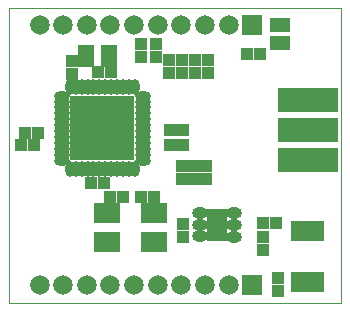
<source format=gts>
G04 (created by PCBNEW (22-Jun-2014 BZR 4027)-stable) date Fri 19 Dec 2014 12:55:31 PM EET*
%MOIN*%
G04 Gerber Fmt 3.4, Leading zero omitted, Abs format*
%FSLAX34Y34*%
G01*
G70*
G90*
G04 APERTURE LIST*
%ADD10C,0.00590551*%
%ADD11C,0.0039*%
%ADD12O,0.031X0.0515*%
%ADD13O,0.0515X0.031*%
%ADD14R,0.2169X0.2169*%
%ADD15R,0.055X0.075*%
%ADD16R,0.0909X0.0672*%
%ADD17R,0.0397X0.0436*%
%ADD18R,0.0436X0.0397*%
%ADD19C,0.0653*%
%ADD20R,0.0653X0.0653*%
%ADD21R,0.035X0.07*%
%ADD22R,0.031811X0.043622*%
%ADD23R,0.2X0.08*%
%ADD24R,0.065X0.045*%
%ADD25R,0.0708661X0.106299*%
%ADD26O,0.0534646X0.0377165*%
G04 APERTURE END LIST*
G54D10*
G54D11*
X19409Y-13661D02*
X30472Y-13661D01*
X19409Y-23504D02*
X19646Y-23504D01*
X19409Y-13661D02*
X19409Y-23504D01*
X30472Y-23504D02*
X19646Y-23504D01*
X30472Y-23465D02*
X30472Y-23504D01*
X30472Y-23386D02*
X30472Y-23465D01*
X30472Y-13661D02*
X30472Y-23386D01*
G54D12*
X23406Y-16319D03*
X23603Y-16319D03*
X23210Y-16319D03*
X23013Y-16319D03*
X22620Y-16319D03*
X22817Y-16319D03*
X21636Y-16319D03*
X21439Y-16319D03*
X21832Y-16319D03*
X22029Y-16319D03*
X22422Y-16319D03*
X22225Y-16319D03*
G54D13*
X23878Y-17970D03*
X23878Y-17773D03*
X23878Y-18166D03*
X23878Y-18363D03*
X23878Y-18756D03*
X23878Y-18559D03*
X23878Y-17378D03*
X23878Y-17575D03*
X23878Y-17182D03*
X23878Y-16985D03*
X23878Y-16592D03*
X23878Y-16789D03*
X21162Y-16789D03*
X21162Y-16592D03*
X21162Y-16985D03*
X21162Y-17182D03*
X21162Y-17575D03*
X21162Y-17378D03*
X21162Y-18559D03*
X21162Y-18756D03*
X21162Y-18363D03*
X21162Y-18166D03*
X21162Y-17773D03*
X21162Y-17970D03*
G54D12*
X22225Y-19035D03*
X22422Y-19035D03*
X22029Y-19035D03*
X21832Y-19035D03*
X21439Y-19035D03*
X21636Y-19035D03*
X22817Y-19035D03*
X22620Y-19035D03*
X23013Y-19035D03*
X23210Y-19035D03*
X23603Y-19035D03*
X23406Y-19035D03*
G54D14*
X22520Y-17677D03*
G54D15*
X21987Y-15276D03*
X22737Y-15276D03*
G54D16*
X24252Y-20512D03*
X22678Y-21456D03*
X22678Y-20512D03*
X24252Y-21456D03*
G54D17*
X26041Y-15847D03*
X26041Y-15414D03*
X24741Y-15413D03*
X24741Y-15846D03*
X25966Y-19374D03*
X25966Y-18941D03*
G54D18*
X19822Y-18228D03*
X20255Y-18228D03*
G54D17*
X25572Y-19374D03*
X25572Y-18941D03*
X25607Y-15847D03*
X25607Y-15414D03*
X25179Y-19374D03*
X25179Y-18941D03*
X25174Y-15847D03*
X25174Y-15414D03*
G54D18*
X23799Y-19961D03*
X24232Y-19961D03*
G54D17*
X24300Y-15317D03*
X24300Y-14884D03*
G54D18*
X23209Y-19961D03*
X22776Y-19961D03*
X22145Y-19488D03*
X22578Y-19488D03*
X22798Y-15817D03*
X22365Y-15817D03*
G54D17*
X21496Y-15886D03*
X21496Y-15453D03*
G54D18*
X19940Y-17835D03*
X20373Y-17835D03*
G54D19*
X20433Y-14252D03*
X23582Y-14252D03*
X22795Y-14252D03*
X22007Y-14252D03*
X21220Y-14252D03*
X24370Y-14252D03*
X25157Y-14252D03*
X25945Y-14252D03*
G54D20*
X27519Y-14252D03*
G54D19*
X26732Y-14252D03*
X20433Y-22913D03*
X23582Y-22913D03*
X22795Y-22913D03*
X22007Y-22913D03*
X21220Y-22913D03*
X24370Y-22913D03*
X25157Y-22913D03*
X25945Y-22913D03*
G54D20*
X27519Y-22913D03*
G54D19*
X26732Y-22913D03*
G54D17*
X28386Y-22657D03*
X28386Y-23090D03*
X27874Y-21318D03*
X27874Y-21751D03*
G54D21*
X28986Y-22819D03*
X29242Y-22819D03*
X29498Y-22819D03*
X29754Y-22819D03*
X29754Y-21119D03*
X29498Y-21119D03*
X29242Y-21119D03*
X28986Y-21119D03*
G54D18*
X27893Y-20827D03*
X28326Y-20827D03*
G54D17*
X23800Y-15317D03*
X23800Y-14884D03*
G54D22*
X25249Y-17740D03*
X24993Y-17740D03*
X24737Y-17740D03*
X24737Y-18232D03*
X24993Y-18232D03*
X25249Y-18232D03*
G54D23*
X29394Y-16750D03*
X29394Y-17750D03*
X29394Y-18750D03*
X29394Y-18750D03*
X29394Y-16750D03*
G54D24*
X28450Y-14250D03*
X28450Y-14850D03*
G54D18*
X27333Y-15200D03*
X27766Y-15200D03*
G54D17*
X25200Y-21317D03*
X25200Y-20884D03*
G54D25*
X26350Y-20900D03*
G54D26*
X26920Y-21293D03*
X26920Y-20900D03*
X26920Y-20506D03*
X25779Y-20506D03*
X25779Y-20900D03*
X25779Y-21274D03*
M02*

</source>
